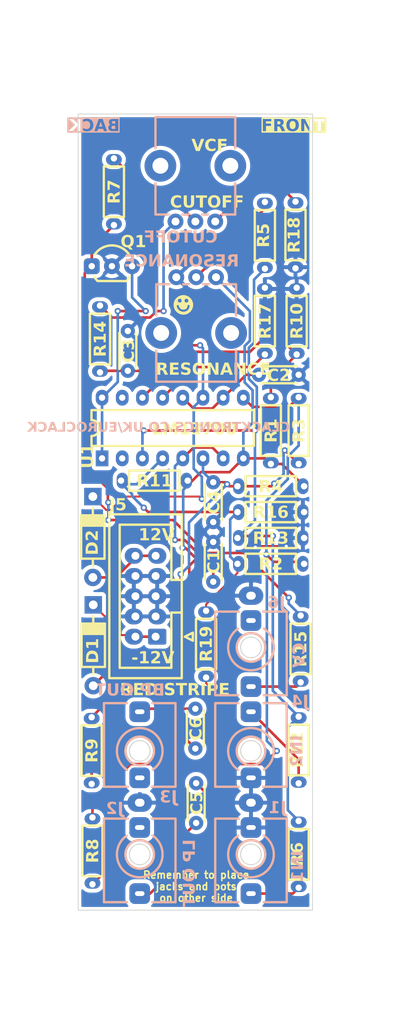
<source format=kicad_pcb>
(kicad_pcb (version 20240108) (generator "pcbnew") (generator_version "8.0")
  (layers (0 "F.Cu" signal) (31 "B.Cu" signal) (34 "B.Paste" user) (35 "F.Paste" user) (36 "B.SilkS" user "B.Silkscreen") (37 "F.SilkS" user "F.Silkscreen") (38 "B.Mask" user) (39 "F.Mask" user) (44 "Edge.Cuts" user))
  (net 0 "")
  (net 1 "Net-(C1-Pad1)")
  (net 2 "GND")
  (net 3 "Net-(C2-Pad1)")
  (net 4 "+12V")
  (net 5 "-12V")
  (net 6 "Net-(D1-K)")
  (net 7 "Net-(D2-A)")
  (net 8 "Net-(J1-PadT)")
  (net 10 "Net-(C5-Pad2)")
  (net 12 "Net-(J4-PadT)")
  (net 13 "Net-(R1-Pad1)")
  (net 14 "Net-(U1A-+)")
  (net 15 "Net-(U1C--)")
  (net 16 "Net-(R5-Pad1)")
  (net 17 "Net-(U1C-+)")
  (net 18 "Net-(R7-Pad2)")
  (net 19 "Net-(U1A--)")
  (net 22 "Net-(J6-PadT)")
  (net 24 "Net-(Q1-E)")
  (net 25 "Net-(Q1-C)")
  (net 26 "Net-(R14-Pad2)")
  (net 27 "Net-(C5-Pad1)")
  (net 28 "Net-(R18-Pad1)")
  (net 29 "Net-(C6-Pad2)")
  (net 30 "Net-(C6-Pad1)")
  (net 31 "Net-(R19-Pad2)")
  (footprint "BYOM_General:R_Axial_DIN0204_L3.6mm_D1.6mm_P7.62mm_Horizontal" (layer "F.Cu") (at 148.75 93.2 90)
    (property "Reference" "R17")
    (property "Value" "1k")
  )
  (footprint "BYOM_General:R_Axial_DIN0204_L3.6mm_D1.6mm_P7.62mm_Horizontal" (layer "F.Cu") (at 148.75 74.05 -90)
    (property "Reference" "R5")
    (property "Value" "22k")
  )
  (footprint "BYOM_General:R_Axial_DIN0204_L3.6mm_D1.6mm_P7.62mm_Horizontal" (layer "F.Cu") (at 153 138.69 -90)
    (property "Reference" "R12")
    (property "Value" "100k")
  )
  (footprint "BYOM_General:R_Axial_DIN0204_L3.6mm_D1.6mm_P7.62mm_Horizontal" (layer "F.Cu") (at 145.3 113)
    (property "Reference" "R16")
    (property "Value" "1k")
  )
  (footprint "BYOM_General:R_Axial_DIN0204_L3.6mm_D1.6mm_P7.62mm_Horizontal" (layer "F.Cu") (at 130.65 109.05)
    (property "Reference" "R11")
    (property "Value" "22k")
  )
  (footprint "BYOM_General:R_Axial_DIN0204_L3.6mm_D1.6mm_P7.62mm_Horizontal" (layer "F.Cu") (at 153 106.95 90)
    (property "Reference" "R3")
    (property "Value" "22k")
  )
  (footprint "BYOM_General:R_Axial_DIN0204_L3.6mm_D1.6mm_P7.62mm_Horizontal" (layer "F.Cu") (at 152.75 93.2 90)
    (property "Reference" "R10")
    (property "Value" "1k")
  )
  (footprint "BYOM_General:C_TH_Disc_P5.00mm" (layer "F.Cu") (at 142.25 121.75 90)
    (property "Reference" "C1")
    (property "Value" "470pF")
  )
  (footprint "BYOM_General:TO-92_Inline_Wide" (layer "F.Cu") (at 126.96 82.114175)
    (property "Reference" "Q1")
    (property "Value" "2N3906")
  )
  (footprint "BYOM_General:R_Axial_DIN0204_L3.6mm_D1.6mm_P7.62mm_Horizontal" (layer "F.Cu") (at 128 95.45 90)
    (property "Reference" "R14")
    (property "Value" "100k")
  )
  (footprint "BYOM_General:R_Axial_DIN0204_L3.6mm_D1.6mm_P7.62mm_Horizontal" (layer "F.Cu") (at 129.75 76.95 90)
    (property "Reference" "R7")
    (property "Value" "10k")
  )
  (footprint "BYOM_General:R_Axial_DIN0204_L3.6mm_D1.6mm_P7.62mm_Horizontal" (layer "F.Cu") (at 141.35 125.4 -90)
    (property "Reference" "R19")
    (property "Value" "100k")
  )
  (footprint "BYOM_General:R_Axial_DIN0204_L3.6mm_D1.6mm_P7.62mm_Horizontal" (layer "F.Cu") (at 153.25 134.382 90)
    (property "Reference" "R15")
    (property "Value" "10k")
  )
  (footprint "BYOM_General:R_Axial_DIN0204_L3.6mm_D1.6mm_P7.62mm_Horizontal" (layer "F.Cu") (at 145.3 119.5)
    (property "Reference" "R2")
    (property "Value" "100k")
  )
  (footprint "BYOM_General:C_TH_Disc_P5.00mm" (layer "F.Cu") (at 140.1 152.05 90)
    (property "Reference" "C5")
    (property "Value" "100n")
  )
  (footprint "BYOM_General:R_Axial_DIN0204_L3.6mm_D1.6mm_P7.62mm_Horizontal" (layer "F.Cu") (at 145.3 116.25)
    (property "Reference" "R13")
    (property "Value" "1k")
  )
  (footprint "BYOM_General:C_TH_Disc_P5.00mm" (layer "F.Cu") (at 142.25 114.25 90)
    (property "Reference" "C4")
    (property "Value" "100n")
  )
  (footprint "BYOM_General:DIP-16_W7.62mm_LongPads" (layer "F.Cu") (at 128.26 106.25 90)
    (property "Reference" "U1")
    (property "Value" "LM13700")
  )
  (footprint "BYOM_General:R_Axial_DIN0204_L3.6mm_D1.6mm_P7.62mm_Horizontal" (layer "F.Cu") (at 149.5 106.95 90)
    (property "Reference" "R1")
    (property "Value" "22k")
  )
  (footprint "BYOM_General:R_Axial_DIN0204_L3.6mm_D1.6mm_P7.62mm_Horizontal" (layer "F.Cu") (at 127.05 159.75 90)
    (property "Reference" "R8")
    (property "Value" "1k")
  )
  (footprint "BYOM_General:C_TH_Disc_P5.00mm" (layer "F.Cu") (at 148 95.75)
    (property "Reference" "C2")
    (property "Value" "470pF")
  )
  (footprint "BYOM_General:C_TH_Disc_P5.00mm" (layer "F.Cu") (at 131.5 95.25 90)
    (property "Reference" "C3")
    (property "Value" "100n")
  )
  (footprint "BYOM_General:IDC-Header_2x05_P2.54mm_Vertical" (layer "F.Cu") (at 135 128.65 180)
    (property "Reference" "J5")
    (property "Value" "Eurorack socket")
  )
  (footprint "BYOM_General:R_Axial_DIN0204_L3.6mm_D1.6mm_P7.62mm_Horizontal" (layer "F.Cu") (at 126.95 147.15 90)
    (property "Reference" "R9")
    (property "Value" "1k")
  )
  (footprint "BYOM_General:R_Axial_DIN0204_L3.6mm_D1.6mm_P7.62mm_Horizontal" (layer "F.Cu") (at 145.3 109.75)
    (property "Reference" "R4")
    (property "Value" "22k")
  )
  (footprint "BYOM_General:C_TH_Disc_P5.00mm" (layer "F.Cu") (at 140 142.7 90)
    (property "Reference" "C6")
    (property "Value" "100n")
  )
  (footprint "Clacktronics:face" (layer "F.Cu") (at 138.5 87)
    (property "Reference" "G***" (hide yes))
    (property "Value" "LOGO" (hide yes))
  )
  (footprint "BYOM_General:D_TH_DO-41_P10.16mm" (layer "F.Cu") (at 127.15 124.65 -90)
    (property "Reference" "D1")
    (property "Value" "1N5817")
  )
  (footprint "BYOM_General:R_Axial_DIN0204_L3.6mm_D1.6mm_P7.62mm_Horizontal" (layer "F.Cu") (at 152.6 74 -90)
    (property "Reference" "R18")
    (property "Value" "10k")
  )
  (footprint "BYOM_General:D_TH_DO-41_P10.16mm" (layer "F.Cu") (at 127.1 111.05 -90)
    (property "Reference" "D2")
    (property "Value" "1N5817")
  )
  (footprint "BYOM_General:R_Axial_DIN0204_L3.6mm_D1.6mm_P7.62mm_Horizontal" (layer "F.Cu") (at 153 151.8 -90)
    (property "Reference" "R6")
    (property "Value" "100k")
  )
  (footprint "BYOM_General:Jack_3.5mm_QingPu_WQP-PJ398SM_Vertical" (layer "B.Cu") (at 147 156)
    (property "Reference" "J1")
    (property "Value" "AUDIO IN 2")
    (fp_circle (center 0 0) (end 1.3 0) (stroke (width 0.12)) (fill none) (layer "Edge.Cuts"))
  )
  (footprint "BYOM_General:Jack_3.5mm_QingPu_WQP-PJ398SM_Vertical" (layer "B.Cu") (at 133 143 180)
    (property "Reference" "J3")
    (property "Value" "BP OUT")
    (fp_circle (center 0 0) (end 1.3 0) (stroke (width 0.12)) (fill none) (layer "Edge.Cuts"))
  )
  (footprint "BYOM_General:Jack_3.5mm_QingPu_WQP-PJ398SM_Vertical" (layer "B.Cu") (at 133 156)
    (property "Reference" "J2")
    (property "Value" "LP OUT")
    (fp_circle (center 0 0) (end 1.3 0) (stroke (width 0.12)) (fill none) (layer "Edge.Cuts"))
  )
  (footprint "BYOM_General:Jack_3.5mm_QingPu_WQP-PJ398SM_Vertical" (layer "B.Cu") (at 147 143 180)
    (property "Reference" "J4")
    (property "Value" "AUDIO IN 1")
    (fp_circle (center 0 0) (end 1.3 0) (stroke (width 0.12)) (fill none) (layer "Edge.Cuts"))
  )
  (footprint "BYOM_General:POT_TH_Alps_RK09K_Single_Vertical" (layer "B.Cu") (at 140 69 180)
    (property "Reference" "RV2" (hide yes))
    (property "Value" "100k")
  )
  (footprint "BYOM_General:POT_TH_Alps_RK09K_Single_Vertical" (layer "B.Cu") (at 140.1 91)
    (property "Reference" "RV1" (hide yes))
    (property "Value" "100k")
  )
  (footprint "BYOM_General:Jack_3.5mm_QingPu_WQP-PJ398SM_Vertical" (layer "B.Cu") (at 147 130)
    (property "Reference" "J6")
    (property "Value" "CUTOFF CV")
    (fp_circle (center 0 0) (end 1.3 0) (stroke (width 0.12)) (fill none) (layer "Edge.Cuts"))
  )
  (gr_line (start 154.75 163) (end 154.75 63) (stroke (width 0.1)) (layer "Edge.Cuts"))
  (gr_line (start 125.25 63) (end 125.25 163) (stroke (width 0.1)) (layer "Edge.Cuts"))
  (gr_line (start 125.25 163) (end 154.75 163) (stroke (width 0.1)) (layer "Edge.Cuts"))
  (gr_line (start 154.75 63) (end 125.25 63) (stroke (width 0.1)) (layer "Edge.Cuts"))
  (gr_text "RESONANCE" (at 145.5 82.4 0) (layer "B.SilkS") (effects (font (size 1.5 1.5) (thickness 0.15) (bold yes)) (justify left bottom mirror)))
  (gr_text "IN1\n" (at 153.8 155.5 90) (layer "B.SilkS") (effects (font (size 1.5 1.5) (thickness 0.15) (bold yes)) (justify left bottom mirror)))
  (gr_text "BACK" (at 130.5 65.4 0) (layer "B.SilkS" knockout) (effects (font (size 1.5 1.5) (thickness 0.3) (bold yes)) (justify left bottom mirror)))
  (gr_text "BP OUT" (at 136.15 136.3 0) (layer "B.SilkS") (effects (font (size 1.5 1.5) (thickness 0.15) (bold yes)) (justify left bottom mirror)))
  (gr_text "CUTOFF" (at 142.8 79.4 0) (layer "B.SilkS") (effects (font (size 1.5 1.5) (thickness 0.15) (bold yes)) (justify left bottom mirror)))
  (gr_text "LP OUT" (at 140.2 154.1 90) (layer "B.SilkS") (effects (font (size 1.5 1.5) (thickness 0.15) (bold yes)) (justify left bottom mirror)))
  (gr_text "CV" (at 154 129.4 90) (layer "B.SilkS") (effects (font (size 1.5 1.5) (thickness 0.15) (bold yes)) (justify left bottom mirror)))
  (gr_text "IN2" (at 153.7 141 90) (layer "B.SilkS") (effects (font (size 1.5 1.5) (thickness 0.15) (bold yes)) (justify left bottom mirror)))
  (gr_text "CLACKTRONICS.CO.UK/EUROCLACK" (at 151.9 103.1 0) (layer "B.SilkS") (effects (font (size 1.2 1.2)) (justify left bottom mirror)))
  (gr_text "FRONT" (at 148.3 65.4 0) (layer "F.SilkS" knockout) (effects (font (size 1.5 1.5) (thickness 0.3) (bold yes)) (justify left bottom)))
  (gr_text "12V" (at 132.85 116.8 0) (layer "F.SilkS") (effects (font (size 1.5 1.5)) (justify left bottom)))
  (gr_text "-12V\n" (at 131.95 132.25 0) (layer "F.SilkS") (effects (font (size 1.5 1.5)) (justify left bottom)))
  (gr_text "RED STRIPE" (at 130.5 136.25 0) (layer "F.SilkS") (effects (font (size 1.5 1.5)) (justify left bottom)))
  (gr_text "Remember to place\njacks and pots\non other side" (at 140.1 162 0) (layer "F.SilkS") (effects (font (size 0.9 0.9) (thickness 0.2) (bold yes)) (justify bottom)))
  (gr_text "CUTOFF" (at 136.8 75 0) (layer "F.SilkS") (effects (font (size 1.5 1.5) (thickness 0.15) (bold yes)) (justify left bottom)))
  (gr_text "RESONANCE" (at 135 96 0) (layer "F.SilkS") (effects (font (size 1.5 1.5) (thickness 0.15) (bold yes)) (justify left bottom)))
  (gr_text "LM13700" (at 134.5 103.5 0) (layer "F.SilkS") (effects (font (size 1.5 1.5) (thickness 0.15) (bold yes)) (justify left bottom)))
  (gr_text "VCF" (at 139.5 67.9 0) (layer "F.SilkS") (effects (font (size 1.5 1.5) (thickness 0.3) (bold yes)) (justify left bottom)))
  (segment (start 138.42 106.25) (end 139.785 104.885) (width 0.33) (layer "F.Cu") (net 1))
  (segment (start 139.785 104.885) (end 142.135 104.885) (width 0.33) (layer "F.Cu") (net 1))
  (segment (start 142.135 104.885) (end 143.5 106.25) (width 0.33) (layer "F.Cu") (net 1))
  (segment (start 138.652585 116.5) (end 137.435 116.5) (width 0.33) (layer "F.Cu") (net 1))
  (segment (start 142.25 121.75) (end 142.25 120.097415) (width 0.33) (layer "F.Cu") (net 1))
  (segment (start 142.25 120.097415) (end 138.652585 116.5) (width 0.33) (layer "F.Cu") (net 1))
  (via (at 137.435 116.5) (size 0.8) (drill 0.4) (layers "F.Cu" "B.Cu") (net 1))
  (segment (start 138.42 106.25) (end 137.435 107.235) (width 0.33) (layer "B.Cu") (net 1))
  (segment (start 137.435 107.235) (end 137.435 116.5) (width 0.33) (layer "B.Cu") (net 1))
  (segment (start 147.66 117.3) (end 147.55 117.41) (width 0.33) (layer "F.Cu") (net 2))
  (segment (start 151.44 117.3) (end 147.66 117.3) (width 0.33) (layer "F.Cu") (net 2))
  (via (at 151.44 117.3) (size 0.8) (drill 0.4) (layers "F.Cu" "B.Cu") (net 2))
  (via (at 147.55 117.41) (size 0.8) (drill 0.4) (layers "F.Cu" "B.Cu") (net 2))
  (segment (start 147.03 117.93) (end 147.03 123.47) (width 0.33) (layer "B.Cu") (net 2))
  (segment (start 151.48 116.51) (end 151.44 116.55) (width 0.33) (layer "B.Cu") (net 2))
  (segment (start 153.682 116.25) (end 151.74 116.25) (width 0.33) (layer "B.Cu") (net 2))
  (segment (start 147.03 123.47) (end 147 123.5) (width 0.33) (layer "B.Cu") (net 2))
  (segment (start 147.55 117.41) (end 147.03 117.93) (width 0.33) (layer "B.Cu") (net 2))
  (segment (start 151.74 116.25) (end 151.48 116.51) (width 0.33) (layer "B.Cu") (net 2))
  (segment (start 151.44 116.55) (end 151.44 117.3) (width 0.33) (layer "B.Cu") (net 2))
  (segment (start 142.135 99.995) (end 139.785 99.995) (width 0.33) (layer "F.Cu") (net 3))
  (segment (start 146.38 95.75) (end 143.5 98.63) (width 0.33) (layer "F.Cu") (net 3))
  (segment (start 148 95.75) (end 146.38 95.75) (width 0.33) (layer "F.Cu") (net 3))
  (segment (start 143.5 98.63) (end 142.135 99.995) (width 0.33) (layer "F.Cu") (net 3))
  (segment (start 139.785 99.995) (end 138.42 98.63) (width 0.33) (layer "F.Cu") (net 3))
  (segment (start 135 95.25) (end 138.2 92.05) (width 0.33) (layer "F.Cu") (net 4))
  (segment (start 140.516552 111.05) (end 140.815 111.348448) (width 0.25) (layer "F.Cu") (net 4))
  (segment (start 138.2 92.05) (end 140.58817 92.05) (width 0.33) (layer "F.Cu") (net 4))
  (segment (start 129.35 112.73) (end 131.03 111.05) (width 0.25) (layer "F.Cu") (net 4))
  (segment (start 131.03 111.05) (end 140.516552 111.05) (width 0.25) (layer "F.Cu") (net 4))
  (segment (start 131.5 95.25) (end 135 95.25) (width 0.33) (layer "F.Cu") (net 4))
  (segment (start 140.806552 111.34) (end 140.815 111.348448) (width 0.33) (layer "F.Cu") (net 4))
  (segment (start 128.2 95.25) (end 131.5 95.25) (width 0.33) (layer "F.Cu") (net 4))
  (segment (start 128.78 112.73) (end 129.35 112.73) (width 0.25) (layer "F.Cu") (net 4))
  (segment (start 127.1 111.05) (end 128.78 112.73) (width 0.25) (layer "F.Cu") (net 4))
  (via (at 140.815 111.348448) (size 0.8) (drill 0.4) (layers "F.Cu" "B.Cu") (net 4))
  (via (at 140.58817 92.05) (size 0.8) (drill 0.4) (layers "F.Cu" "B.Cu") (net 4))
  (segment (start 139.795 99.795) (end 139.795 107.544534) (width 0.33) (layer "B.Cu") (net 4))
  (segment (start 139.795 107.544534) (end 140.815 108.564534) (width 0.33) (layer "B.Cu") (net 4))
  (segment (start 140.96 98.63) (end 140.96 92.42183) (width 0.33) (layer "B.Cu") (net 4))
  (segment (start 140.815 108.564534) (end 140.815 111.348448) (width 0.33) (layer "B.Cu") (net 4))
  (segment (start 140.96 98.63) (end 139.795 99.795) (width 0.33) (layer "B.Cu") (net 4))
  (segment (start 140.96 92.42183) (end 140.58817 92.05) (width 0.33) (layer "B.Cu") (net 4))
  (segment (start 143.75 109.25) (end 144 109.5) (width 0.33) (layer "F.Cu") (net 5))
  (segment (start 138.15 129.616668) (end 138.15 120.8) (width 0.33) (layer "F.Cu") (net 5))
  (segment (start 128.249999 133.710001) (end 134.056667 133.710001) (width 0.33) (layer "F.Cu") (net 5))
  (segment (start 145.3 109.75) (end 149.597414 109.75) (width 0.33) (layer "F.Cu") (net 5))
  (segment (start 151.25 105.25) (end 151.3 105.25) (width 0.33) (layer "F.Cu") (net 5))
  (segment (start 127.15 134.81) (end 128.249999 133.710001) (width 0.33) (layer "F.Cu") (net 5))
  (segment (start 134.056667 133.710001) (end 138.15 129.616668) (width 0.33) (layer "F.Cu") (net 5))
  (segment (start 149.597414 109.75) (end 149.923707 109.423707) (width 0.33) (layer "F.Cu") (net 5))
  (segment (start 142.25 109.25) (end 143.75 109.25) (width 0.33) (layer "F.Cu") (net 5))
  (segment (start 145.3 109.75) (end 144.25 109.75) (width 0.33) (layer "F.Cu") (net 5))
  (segment (start 151.3 105.25) (end 153 106.95) (width 0.33) (layer "F.Cu") (net 5))
  (segment (start 144.25 109.75) (end 144 109.5) (width 0.33) (layer "F.Cu") (net 5))
  (via (at 151.25 105.25) (size 0.8) (drill 0.4) (layers "F.Cu" "B.Cu") (net 5))
  (via (at 149.923707 109.423707) (size 0.8) (drill 0.4) (layers "F.Cu" "B.Cu") (net 5))
  (via (at 138.15 120.8) (size 0.8) (drill 0.4) (layers "F.Cu" "B.Cu") (net 5))
  (via (at 144 109.5) (size 0.8) (drill 0.4) (layers "F.Cu" "B.Cu") (net 5))
  (segment (start 144 109.5) (end 139.2 114.3) (width 0.33) (layer "B.Cu") (net 5))
  (segment (start 139.2 114.3) (end 139.2 119.75) (width 0.33) (layer "B.Cu") (net 5))
  (segment (start 151.25 105.25) (end 151.105 105.395) (width 0.33) (layer "B.Cu") (net 5))
  (segment (start 140.96 107.96) (end 140.96 106.25) (width 0.33) (layer "B.Cu") (net 5))
  (segment (start 151.105 105.395) (end 151.105 108.242414) (width 0.33) (layer "B.Cu") (net 5))
  (segment (start 142.25 109.25) (end 140.96 107.96) (width 0.33) (layer "B.Cu") (net 5))
  (segment (start 151.105 108.242414) (end 149.923707 109.423707) (width 0.33) (layer "B.Cu") (net 5))
  (segment (start 139.2 119.75) (end 138.15 120.8) (width 0.33) (layer "B.Cu") (net 5))
  (segment (start 132.46 128.65) (end 135 128.65) (width 0.33) (layer "F.Cu") (net 6))
  (segment (start 130.6 128.45) (end 132.26 128.45) (width 0.25) (layer "F.Cu") (net 6))
  (segment (start 127.15 124.65) (end 130.6 128.1) (width 0.25) (layer "F.Cu") (net 6))
  (segment (start 132.26 128.45) (end 132.46 128.65) (width 0.25) (layer "F.Cu") (net 6))
  (segment (start 130.6 128.1) (end 130.6 128.45) (width 0.25) (layer "F.Cu") (net 6))
  (segment (start 129.99 121.21) (end 132.46 118.74) (width 0.33) (layer "F.Cu") (net 7))
  (segment (start 132.46 118.74) (end 132.46 118.49) (width 0.33) (layer "F.Cu") (net 7))
  (segment (start 127.1 121.21) (end 129.99 121.21) (width 0.33) (layer "F.Cu") (net 7))
  (segment (start 132.46 118.49) (end 135 118.49) (width 0.33) (layer "F.Cu") (net 7))
  (segment (start 152.262 160.92) (end 153 160.182) (width 0.33) (layer "F.Cu") (net 8))
  (segment (start 147 160.92) (end 152.262 160.92) (width 0.33) (layer "F.Cu") (net 8))
  (segment (start 141.8 148.75) (end 141.8 153.42) (width 0.33) (layer "F.Cu") (net 10))
  (segment (start 140.1 147.05) (end 141.8 148.75) (width 0.33) (layer "F.Cu") (net 10))
  (segment (start 141.8 153.42) (end 134.3 160.92) (width 0.33) (layer "F.Cu") (net 10))
  (segment (start 134.3 160.92) (end 133 160.92) (width 0.33) (layer "F.Cu") (net 10))
  (segment (start 153 144.08) (end 147 138.08) (width 0.33) (layer "F.Cu") (net 12))
  (segment (start 153 147.072) (end 153 144.08) (width 0.33) (layer "F.Cu") (net 12))
  (segment (start 139.235 129.105) (end 140.115 129.985) (width 0.33) (layer "F.Cu") (net 13))
  (segment (start 134.9 135.2) (end 140.115 129.985) (width 0.33) (layer "F.Cu") (net 13))
  (segment (start 130.518 135.2) (end 134.9 135.2) (width 0.33) (layer "F.Cu") (net 13))
  (segment (start 139.235 119.742415) (end 139.235 129.105) (width 0.33) (layer "F.Cu") (net 13))
  (segment (start 126.95 138.768) (end 130.518 135.2) (width 0.33) (layer "F.Cu") (net 13))
  (segment (start 140.115 118.862415) (end 139.235 119.742415) (width 0.33) (layer "F.Cu") (net 13))
  (segment (start 146.04 106.25) (end 144.305 107.985) (width 0.33) (layer "F.Cu") (net 13))
  (segment (start 140.697 107.985) (end 139.182 109.5) (width 0.33) (layer "F.Cu") (net 13))
  (segment (start 148.8 106.25) (end 149.5 106.95) (width 0.33) (layer "F.Cu") (net 13))
  (segment (start 144.305 107.985) (end 140.697 107.985) (width 0.33) (layer "F.Cu") (net 13))
  (segment (start 140.115 118.862415) (end 138.752585 117.5) (width 0.33) (layer "F.Cu") (net 13))
  (segment (start 146.04 106.25) (end 148.8 106.25) (width 0.33) (layer "F.Cu") (net 13))
  (segment (start 153.682 109.75) (end 150.882 106.95) (width 0.33) (layer "F.Cu") (net 13))
  (segment (start 138.752585 117.5) (end 138.4 117.5) (width 0.33) (layer "F.Cu") (net 13))
  (segment (start 150.882 106.95) (end 149.5 106.95) (width 0.33) (layer "F.Cu") (net 13))
  (via (at 138.4 117.5) (size 0.8) (drill 0.4) (layers "F.Cu" "B.Cu") (net 13))
  (segment (start 146.04 102.96) (end 146.04 106.25) (width 0.33) (layer "B.Cu") (net 13))
  (segment (start 146.205 92.139616) (end 146.205 96.705) (width 0.33) (layer "B.Cu") (net 13))
  (segment (start 146.205 96.705) (end 147.205 97.705) (width 0.33) (layer "B.Cu") (net 13))
  (segment (start 146.865 91.479616) (end 146.865 87.765) (width 0.33) (layer "B.Cu") (net 13))
  (segment (start 146.865 87.765) (end 142.6 83.5) (width 0.33) (layer "B.Cu") (net 13))
  (segment (start 147.205 97.705) (end 147.205 101.795) (width 0.33) (layer "B.Cu") (net 13))
  (segment (start 147.205 101.795) (end 146.04 102.96) (width 0.33) (layer "B.Cu") (net 13))
  (segment (start 146.865 91.479616) (end 146.205 92.139616) (width 0.33) (layer "B.Cu") (net 13))
  (segment (start 138.4 117.5) (end 138.47 117.43) (width 0.33) (layer "B.Cu") (net 13))
  (segment (start 138.47 110.212) (end 139.182 109.5) (width 0.33) (layer "B.Cu") (net 13))
  (segment (start 138.47 117.43) (end 138.47 110.212) (width 0.33) (layer "B.Cu") (net 13))
  (segment (start 133.34 98.63) (end 139.105 92.865) (width 0.33) (layer "F.Cu") (net 14))
  (segment (start 148.25 91.5) (end 151.05 91.5) (width 0.33) (layer "F.Cu") (net 14))
  (segment (start 151.05 91.5) (end 152.75 93.2) (width 0.33) (layer "F.Cu") (net 14))
  (segment (start 146.885 92.865) (end 148.25 91.5) (width 0.33) (layer "F.Cu") (net 14))
  (segment (start 139.105 92.865) (end 146.885 92.865) (width 0.33) (layer "F.Cu") (net 14))
  (segment (start 149.5 98.568) (end 149.5 96.45) (width 0.33) (layer "F.Cu") (net 14))
  (segment (start 149.5 96.45) (end 152.75 93.2) (width 0.33) (layer "F.Cu") (net 14))
  (segment (start 141.35 125.4) (end 141.35 124.6) (width 0.25) (layer "F.Cu") (net 15))
  (segment (start 134.045 112.985) (end 145.285 112.985) (width 0.33) (layer "F.Cu") (net 15))
  (segment (start 133.51 112.45) (end 134.045 112.985) (width 0.33) (layer "F.Cu") (net 15))
  (segment (start 141.35 124.6) (end 145.3 120.65) (width 0.25) (layer "F.Cu") (net 15))
  (segment (start 145.3 120.65) (end 145.3 119.5) (width 0.25) (layer "F.Cu") (net 15))
  (via (at 133.51 112.45) (size 0.8) (drill 0.4) (layers "F.Cu" "B.Cu") (net 15))
  (segment (start 132.63 109.5) (end 135.88 106.25) (width 0.33) (layer "B.Cu") (net 15))
  (segment (start 145.3 119.5) (end 144.385 118.585) (width 0.33) (layer "B.Cu") (net 15))
  (segment (start 133.51 112.45) (end 132.04 110.98) (width 0.33) (layer "B.Cu") (net 15))
  (segment (start 132.04 110.74) (end 131.25 109.95) (width 0.33) (layer "B.Cu") (net 15))
  (segment (start 130.8 109.5) (end 132.63 109.5) (width 0.33) (layer "B.Cu") (net 15))
  (segment (start 132.04 110.98) (end 132.04 110.74) (width 0.33) (layer "B.Cu") (net 15))
  (segment (start 144.385 118.585) (end 144.385 113.915) (width 0.33) (layer "B.Cu") (net 15))
  (segment (start 144.385 113.915) (end 145.3 113) (width 0.33) (layer "B.Cu") (net 15))
  (segment (start 148.75 74.85) (end 140.1 83.5) (width 0.33) (layer "F.Cu") (net 16))
  (segment (start 148.75 74.05) (end 148.75 74.85) (width 0.33) (layer "F.Cu") (net 16))
  (segment (start 149.75 116) (end 145.55 116) (width 0.33) (layer "F.Cu") (net 17))
  (segment (start 133.5 102.75) (end 147.5 102.75) (width 0.33) (layer "F.Cu") (net 17))
  (via (at 147.5 102.75) (size 0.8) (drill 0.4) (layers "F.Cu" "B.Cu") (net 17))
  (via (at 149.75 116) (size 0.8) (drill 0.4) (layers "F.Cu" "B.Cu") (net 17))
  (via (at 133.5 102.75) (size 0.8) (drill 0.4) (layers "F.Cu" "B.Cu") (net 17))
  (segment (start 147.385 87.535467) (end 147.385 83.797) (width 0.33) (layer "B.Cu") (net 17))
  (segment (start 147.735 97.273981) (end 146.735 96.273981) (width 0.33) (layer "B.Cu") (net 17))
  (segment (start 151.635 140.055) (end 153 138.69) (width 0.33) (layer "B.Cu") (net 17))
  (segment (start 145.3 116.25) (end 147.5 114.05) (width 0.33) (layer "B.Cu") (net 17))
  (segment (start 153 138.69) (end 149.75 135.44) (width 0.33) (layer "B.Cu") (net 17))
  (segment (start 147.395 91.699149) (end 147.395 87.545466) (width 0.33) (layer "B.Cu") (net 17))
  (segment (start 149.75 135.44) (end 149.75 116) (width 0.33) (layer "B.Cu") (net 17))
  (segment (start 133.34 102.91) (end 133.5 102.75) (width 0.33) (layer "B.Cu") (net 17))
  (segment (start 147.735 102.515) (end 147.735 97.273981) (width 0.33) (layer "B.Cu") (net 17))
  (segment (start 147.385 83.797) (end 148.75 82.432) (width 0.33) (layer "B.Cu") (net 17))
  (segment (start 146.735 96.273981) (end 146.735 92.359149) (width 0.33) (layer "B.Cu") (net 17))
  (segment (start 147.5 102.75) (end 147.735 102.515) (width 0.33) (layer "B.Cu") (net 17))
  (segment (start 151.635 150.435) (end 151.635 140.055) (width 0.33) (layer "B.Cu") (net 17))
  (segment (start 146.735 92.359149) (end 147.395 91.699149) (width 0.33) (layer "B.Cu") (net 17))
  (segment (start 153 151.8) (end 151.635 150.435) (width 0.33) (layer "B.Cu") (net 17))
  (segment (start 133.34 106.25) (end 133.34 102.91) (width 0.33) (layer "B.Cu") (net 17))
  (segment (start 147.395 87.545466) (end 147.385 87.535467) (width 0.33) (layer "B.Cu") (net 17))
  (segment (start 147.5 114.05) (end 147.5 102.75) (width 0.33) (layer "B.Cu") (net 17))
  (segment (start 134.932 73.75) (end 129.75 68.568) (width 0.33) (layer "F.Cu") (net 18))
  (segment (start 137.25 73.75) (end 134.932 73.75) (width 0.33) (layer "F.Cu") (net 18))
  (segment (start 140 76.5) (end 137.25 73.75) (width 0.33) (layer "F.Cu") (net 18))
  (segment (start 147.17 94.78) (end 148.75 93.2) (width 0.33) (layer "F.Cu") (net 19))
  (segment (start 139.73 94.78) (end 147.17 94.78) (width 0.33) (layer "F.Cu") (net 19))
  (segment (start 135.88 98.63) (end 139.73 94.78) (width 0.33) (layer "F.Cu") (net 19))
  (segment (start 152.712 134.92) (end 153.25 134.382) (width 0.33) (layer "F.Cu") (net 22))
  (segment (start 147 134.92) (end 152.712 134.92) (width 0.33) (layer "F.Cu") (net 22))
  (segment (start 128.99 110.05) (end 128.99 111.73) (width 0.33) (layer "F.Cu") (net 24))
  (segment (start 126.88 107.95) (end 126.89 107.95) (width 0.33) (layer "F.Cu") (net 24))
  (segment (start 151.75 123.749996) (end 146.135004 118.135) (width 0.33) (layer "F.Cu") (net 24))
  (segment (start 126.08 107.15) (end 126.88 107.95) (width 0.33) (layer "F.Cu") (net 24))
  (segment (start 128.99 111.73) (end 129.05 111.79) (width 0.33) (layer "F.Cu") (net 24))
  (segment (start 126.08 82.994175) (end 126.96 82.114175) (width 0.33) (layer "F.Cu") (net 24))
  (segment (start 126.08 82.994175) (end 126.08 107.15) (width 0.33) (layer "F.Cu") (net 24))
  (segment (start 137.201059 114) (end 129.03 114) (width 0.33) (layer "F.Cu") (net 24))
  (segment (start 141.336059 118.135) (end 137.201059 114) (width 0.33) (layer "F.Cu") (net 24))
  (segment (start 126.96 79.74) (end 129.75 76.95) (width 0.33) (layer "F.Cu") (net 24))
  (segment (start 126.89 107.95) (end 128.99 110.05) (width 0.33) (layer "F.Cu") (net 24))
  (segment (start 126.96 82.114175) (end 126.96 79.74) (width 0.33) (layer "F.Cu") (net 24))
  (segment (start 146.135004 118.135) (end 141.336059 118.135) (width 0.33) (layer "F.Cu") (net 24))
  (via (at 129.03 114) (size 0.8) (drill 0.4) (layers "F.Cu" "B.Cu") (net 24))
  (via (at 129.05 111.79) (size 0.8) (drill 0.4) (layers "F.Cu" "B.Cu") (net 24))
  (via (at 151.75 123.749996) (size 0.8) (drill 0.4) (layers "F.Cu" "B.Cu") (net 24))
  (segment (start 129.05 113.98) (end 129.03 114) (width 0.33) (layer "B.Cu") (net 24))
  (segment (start 129.05 111.79) (end 129.05 113.98) (width 0.33) (layer "B.Cu") (net 24))
  (segment (start 153.25 126) (end 151.75 124.5) (width 0.33) (layer "B.Cu") (net 24))
  (segment (start 151.75 124.5) (end 151.75 123.749996) (width 0.33) (layer "B.Cu") (net 24))
  (segment (start 130.235 87.75) (end 133.75 87.75) (width 0.33) (layer "F.Cu") (net 25))
  (via (at 133.75 87.75) (size 0.8) (drill 0.4) (layers "F.Cu" "B.Cu") (net 25))
  (via (at 130.235 87.75) (size 0.8) (drill 0.4) (layers "F.Cu" "B.Cu") (net 25))
  (segment (start 130.235 96.655) (end 130.235 87.75) (width 0.33) (layer "B.Cu") (net 25))
  (segment (start 128.26 98.63) (end 130.235 96.655) (width 0.33) (layer "B.Cu") (net 25))
  (segment (start 128.26 98.63) (end 128.26 106.25) (width 0.33) (layer "B.Cu") (net 25))
  (segment (start 132.04 86.04) (end 133.75 87.75) (width 0.33) (layer "B.Cu") (net 25))
  (segment (start 132.04 82.114175) (end 132.04 86.04) (width 0.33) (layer "B.Cu") (net 25))
  (segment (start 128 87.068) (end 129.497 88.565) (width 0.33) (layer "F.Cu") (net 26))
  (segment (start 135.105384 87.75) (end 136.000002 87.75) (width 0.33) (layer "F.Cu") (net 26))
  (segment (start 134.290384 88.565) (end 135.105384 87.75) (width 0.33) (layer "F.Cu") (net 26))
  (segment (start 129.497 88.565) (end 134.290384 88.565) (width 0.33) (layer "F.Cu") (net 26))
  (via (at 136.000002 87.75) (size 0.8) (drill 0.4) (layers "F.Cu" "B.Cu") (net 26))
  (segment (start 136.000002 77.999998) (end 137.5 76.5) (width 0.33) (layer "B.Cu") (net 26))
  (segment (start 136.000002 77.999998) (end 136.000002 87.75) (width 0.33) (layer "B.Cu") (net 26))
  (segment (start 133.8 158.35) (end 140.1 152.05) (width 0.33) (layer "F.Cu") (net 27))
  (segment (start 128.45 158.35) (end 133.8 158.35) (width 0.33) (layer "F.Cu") (net 27))
  (segment (start 127.05 159.75) (end 128.45 158.35) (width 0.33) (layer "F.Cu") (net 27))
  (segment (start 146.8 72.2) (end 150.8 72.2) (width 0.33) (layer "F.Cu") (net 28))
  (segment (start 142.5 76.5) (end 146.8 72.2) (width 0.33) (layer "F.Cu") (net 28))
  (segment (start 150.8 72.2) (end 152.6 74) (width 0.33) (layer "F.Cu") (net 28))
  (segment (start 140 137.7) (end 133.38 137.7) (width 0.33) (layer "F.Cu") (net 29))
  (segment (start 133.38 137.7) (end 133 138.08) (width 0.33) (layer "F.Cu") (net 29))
  (segment (start 131.5 140.3) (end 137.6 140.3) (width 0.33) (layer "F.Cu") (net 30))
  (segment (start 126.95 147.15) (end 126.95 144.85) (width 0.33) (layer "F.Cu") (net 30))
  (segment (start 137.6 140.3) (end 140 142.7) (width 0.33) (layer "F.Cu") (net 30))
  (segment (start 126.95 144.85) (end 131.5 140.3) (width 0.33) (layer "F.Cu") (net 30))
  (segment (start 141.35 133.782) (end 141.35 134.482) (width 0.25) (layer "F.Cu") (net 31))
  (segment (start 153.432 119.25) (end 149.863388 119.25) (width 0.33) (layer "F.Cu") (net 31))
  (segment (start 149.863388 119.25) (end 148.935 118.321612) (width 0.33) (layer "F.Cu") (net 31))
  (segment (start 141.35 134.482) (end 143 136.132) (width 0.25) (layer "F.Cu") (net 31))
  (segment (start 143 136.132) (end 143 144.65) (width 0.25) (layer "F.Cu") (net 31))
  (segment (start 151.785 99.783) (end 153 98.568) (width 0.33) (layer "F.Cu") (net 31))
  (segment (start 143 144.65) (end 148.6 144.65) (width 0.33) (layer "F.Cu") (net 31))
  (segment (start 147.193 99.783) (end 151.785 99.783) (width 0.33) (layer "F.Cu") (net 31))
  (segment (start 148.6 144.65) (end 150.25 143) (width 0.33) (layer "F.Cu") (net 31))
  (segment (start 127.05 149.45) (end 131.85 144.65) (width 0.33) (layer "F.Cu") (net 31))
  (segment (start 146.04 98.63) (end 147.193 99.783) (width 0.33) (layer "F.Cu") (net 31))
  (segment (start 131.85 144.65) (end 143 144.65) (width 0.33) (layer "F.Cu") (net 31))
  (segment (start 127.05 151.368) (end 127.05 149.45) (width 0.33) (layer "F.Cu") (net 31))
  (via (at 150.25 143) (size 0.8) (drill 0.4) (layers "F.Cu" "B.Cu") (net 31))
  (via (at 148.935 118.321612) (size 0.8) (drill 0.4) (layers "F.Cu" "B.Cu") (net 31))
  (segment (start 148.935 118.321612) (end 149 118.386612) (width 0.33) (layer "B.Cu") (net 31))
  (segment (start 149 118.386612) (end 149 141.75) (width 0.33) (layer "B.Cu") (net 31))
  (segment (start 151.635 106.017585) (end 151.635 108.865) (width 0.33) (layer "B.Cu") (net 31))
  (segment (start 149 141.75) (end 150.25 143) (width 0.33) (layer "B.Cu") (net 31))
  (segment (start 151.635 108.865) (end 148.935 111.565) (width 0.33) (layer "B.Cu") (net 31))
  (segment (start 153 98.568) (end 153 104.652585) (width 0.33) (layer "B.Cu") (net 31))
  (segment (start 148.935 111.565) (end 148.935 118.321612) (width 0.33) (layer "B.Cu") (net 31))
  (segment (start 153 104.652585) (end 151.635 106.017585) (width 0.33) (layer "B.Cu") (net 31))
  (zone (net 2) (net_name "GND") (layer "B.Cu") (connect_pads (clearance 0.5)) (min_thickness 0.25) (fill yes (thermal_gap 0.5) (thermal_bridge_width 0.5))
    (polygon (pts (xy 155.25 163.25) (xy 124.75 163.5) (xy 124.75 62.75) (xy 155.25 62.75)))
  )
  (zone (net 0) (net_name "") (layers "B.Cu" "B.Mask") (connect_pads (clearance 0)) (min_thickness 0.25)
    (keepout (tracks not_allowed) (vias not_allowed) (pads not_allowed) (copperpour not_allowed) (footprints allowed))
    (fill (thermal_gap 0.5) (thermal_bridge_width 0.5))
    (polygon (pts (xy 134.75 156) (xy 134.730454 155.739176) (xy 134.672252 155.484178) (xy 134.576696 155.240703) (xy 134.445918 155.01419) (xy 134.282841 154.809698) (xy 134.091107 154.631795) (xy 133.875 154.484456) (xy 133.639347 154.370971) (xy 133.389412 154.293876) (xy 133.130778 154.254893) (xy 132.869222 154.254893) (xy 132.610588 154.293876) (xy 132.360653 154.370971) (xy 132.125 154.484456) (xy 131.908893 154.631795) (xy 131.717159 154.809698) (xy 131.554082 155.01419) (xy 131.423304 155.240703) (xy 131.327748 155.484178) (xy 131.269546 155.739176) (xy 131.25 156) (xy 131.269546 156.260824) (xy 131.327748 156.515822) (xy 131.423304 156.759297) (xy 131.554082 156.98581) (xy 131.717159 157.190302) (xy 131.908893 157.368205) (xy 132.125 157.515544) (xy 132.360653 157.629029) (xy 132.610588 157.706124) (xy 132.869222 157.745107) (xy 133.130778 157.745107) (xy 133.389412 157.706124) (xy 133.639347 157.629029) (xy 133.875 157.515544) (xy 134.091107 157.368205) (xy 134.282841 157.190302) (xy 134.445918 156.98581) (xy 134.576696 156.759297) (xy 134.672252 156.515822) (xy 134.730454 156.260824)))
  )
  (zone (net 0) (net_name "") (layers "B.Cu" "B.Mask") (connect_pads (clearance 0)) (min_thickness 0.25)
    (keepout (tracks not_allowed) (vias not_allowed) (pads not_allowed) (copperpour not_allowed) (footprints allowed))
    (fill (thermal_gap 0.5) (thermal_bridge_width 0.5))
    (polygon (pts (xy 134.75 143) (xy 134.730454 142.739176) (xy 134.672252 142.484178) (xy 134.576696 142.240703) (xy 134.445918 142.01419) (xy 134.282841 141.809698) (xy 134.091107 141.631795) (xy 133.875 141.484456) (xy 133.639347 141.370971) (xy 133.389412 141.293876) (xy 133.130778 141.254893) (xy 132.869222 141.254893) (xy 132.610588 141.293876) (xy 132.360653 141.370971) (xy 132.125 141.484456) (xy 131.908893 141.631795) (xy 131.717159 141.809698) (xy 131.554082 142.01419) (xy 131.423304 142.240703) (xy 131.327748 142.484178) (xy 131.269546 142.739176) (xy 131.25 143) (xy 131.269546 143.260824) (xy 131.327748 143.515822) (xy 131.423304 143.759297) (xy 131.554082 143.98581) (xy 131.717159 144.190302) (xy 131.908893 144.368205) (xy 132.125 144.515544) (xy 132.360653 144.629029) (xy 132.610588 144.706124) (xy 132.869222 144.745107) (xy 133.130778 144.745107) (xy 133.389412 144.706124) (xy 133.639347 144.629029) (xy 133.875 144.515544) (xy 134.091107 144.368205) (xy 134.282841 144.190302) (xy 134.445918 143.98581) (xy 134.576696 143.759297) (xy 134.672252 143.515822) (xy 134.730454 143.260824)))
  )
  (zone (net 0) (net_name "") (layers "B.Cu" "B.Mask") (connect_pads (clearance 0)) (min_thickness 0.25)
    (keepout (tracks not_allowed) (vias not_allowed) (pads not_allowed) (copperpour not_allowed) (footprints allowed))
    (fill (thermal_gap 0.5) (thermal_bridge_width 0.5))
    (polygon (pts (xy 148.75 156) (xy 148.730454 155.739176) (xy 148.672252 155.484178) (xy 148.576696 155.240703) (xy 148.445918 155.01419) (xy 148.282841 154.809698) (xy 148.091107 154.631795) (xy 147.875 154.484456) (xy 147.639347 154.370971) (xy 147.389412 154.293876) (xy 147.130778 154.254893) (xy 146.869222 154.254893) (xy 146.610588 154.293876) (xy 146.360653 154.370971) (xy 146.125 154.484456) (xy 145.908893 154.631795) (xy 145.717159 154.809698) (xy 145.554082 155.01419) (xy 145.423304 155.240703) (xy 145.327748 155.484178) (xy 145.269546 155.739176) (xy 145.25 156) (xy 145.269546 156.260824) (xy 145.327748 156.515822) (xy 145.423304 156.759297) (xy 145.554082 156.98581) (xy 145.717159 157.190302) (xy 145.908893 157.368205) (xy 146.125 157.515544) (xy 146.360653 157.629029) (xy 146.610588 157.706124) (xy 146.869222 157.745107) (xy 147.130778 157.745107) (xy 147.389412 157.706124) (xy 147.639347 157.629029) (xy 147.875 157.515544) (xy 148.091107 157.368205) (xy 148.282841 157.190302) (xy 148.445918 156.98581) (xy 148.576696 156.759297) (xy 148.672252 156.515822) (xy 148.730454 156.260824)))
  )
  (zone (net 0) (net_name "") (layers "B.Cu" "B.Mask") (connect_pads (clearance 0)) (min_thickness 0.25)
    (keepout (tracks not_allowed) (vias not_allowed) (pads not_allowed) (copperpour not_allowed) (footprints allowed))
    (fill (thermal_gap 0.5) (thermal_bridge_width 0.5))
    (polygon (pts (xy 148.75 130) (xy 148.730454 129.739176) (xy 148.672252 129.484178) (xy 148.576696 129.240703) (xy 148.445918 129.01419) (xy 148.282841 128.809698) (xy 148.091107 128.631795) (xy 147.875 128.484456) (xy 147.639347 128.370971) (xy 147.389412 128.293876) (xy 147.130778 128.254893) (xy 146.869222 128.254893) (xy 146.610588 128.293876) (xy 146.360653 128.370971) (xy 146.125 128.484456) (xy 145.908893 128.631795) (xy 145.717159 128.809698) (xy 145.554082 129.01419) (xy 145.423304 129.240703) (xy 145.327748 129.484178) (xy 145.269546 129.739176) (xy 145.25 130) (xy 145.269546 130.260824) (xy 145.327748 130.515822) (xy 145.423304 130.759297) (xy 145.554082 130.98581) (xy 145.717159 131.190302) (xy 145.908893 131.368205) (xy 146.125 131.515544) (xy 146.360653 131.629029) (xy 146.610588 131.706124) (xy 146.869222 131.745107) (xy 147.130778 131.745107) (xy 147.389412 131.706124) (xy 147.639347 131.629029) (xy 147.875 131.515544) (xy 148.091107 131.368205) (xy 148.282841 131.190302) (xy 148.445918 130.98581) (xy 148.576696 130.759297) (xy 148.672252 130.515822) (xy 148.730454 130.260824)))
  )
  (zone (net 0) (net_name "") (layers "B.Cu" "F.CrtYd") (connect_pads (clearance 0)) (min_thickness 0.25)
    (keepout (tracks not_allowed) (vias not_allowed) (pads not_allowed) (copperpour not_allowed) (footprints allowed))
    (fill (thermal_gap 0.5) (thermal_bridge_width 0.5))
    (polygon (pts (xy 148.75 143) (xy 148.730454 142.739176) (xy 148.672252 142.484178) (xy 148.576696 142.240703) (xy 148.445918 142.01419) (xy 148.282841 141.809698) (xy 148.091107 141.631795) (xy 147.875 141.484456) (xy 147.639347 141.370971) (xy 147.389412 141.293876) (xy 147.130778 141.254893) (xy 146.869222 141.254893) (xy 146.610588 141.293876) (xy 146.360653 141.370971) (xy 146.125 141.484456) (xy 145.908893 141.631795) (xy 145.717159 141.809698) (xy 145.554082 142.01419) (xy 145.423304 142.240703) (xy 145.327748 142.484178) (xy 145.269546 142.739176) (xy 145.25 143) (xy 145.269546 143.260824) (xy 145.327748 143.515822) (xy 145.423304 143.759297) (xy 145.554082 143.98581) (xy 145.717159 144.190302) (xy 145.908893 144.368205) (xy 146.125 144.515544) (xy 146.360653 144.629029) (xy 146.610588 144.706124) (xy 146.869222 144.745107) (xy 147.130778 144.745107) (xy 147.389412 144.706124) (xy 147.639347 144.629029) (xy 147.875 144.515544) (xy 148.091107 144.368205) (xy 148.282841 144.190302) (xy 148.445918 143.98581) (xy 148.576696 143.759297) (xy 148.672252 143.515822) (xy 148.730454 143.260824)))
  )
)
</source>
